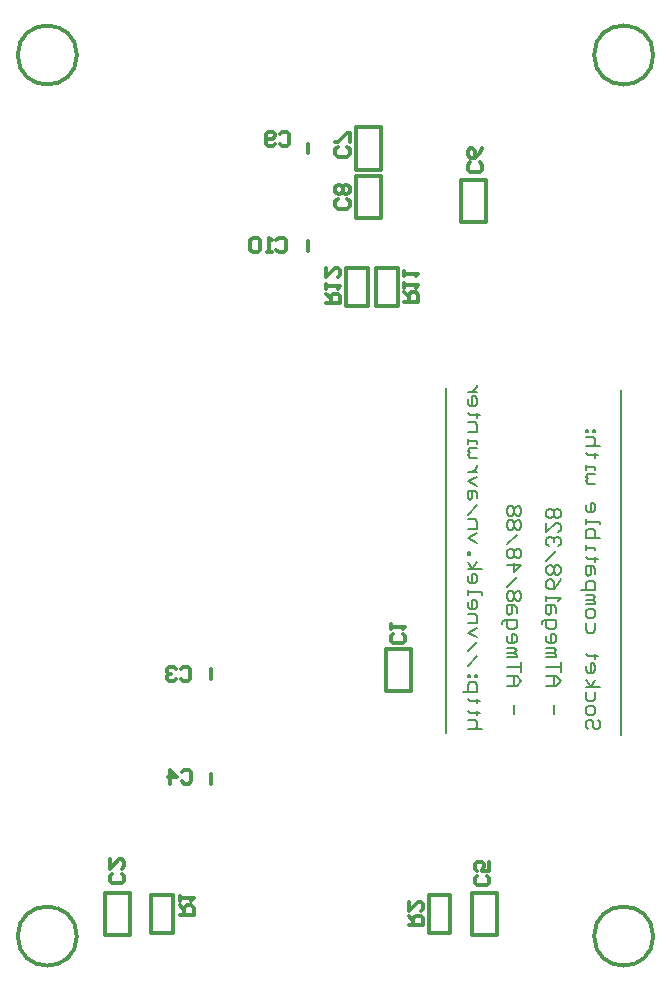
<source format=gbo>
%FSTAX43Y43*%
%MOMM*%
G71*
G01*
G75*
G04 Layer_Color=65535*
G04:AMPARAMS|DCode=10|XSize=2.5mm|YSize=2mm|CornerRadius=0.5mm|HoleSize=0mm|Usage=FLASHONLY|Rotation=90.000|XOffset=0mm|YOffset=0mm|HoleType=Round|Shape=RoundedRectangle|*
%AMROUNDEDRECTD10*
21,1,2.500,1.000,0,0,90.0*
21,1,1.500,2.000,0,0,90.0*
1,1,1.000,0.500,0.750*
1,1,1.000,0.500,-0.750*
1,1,1.000,-0.500,-0.750*
1,1,1.000,-0.500,0.750*
%
%ADD10ROUNDEDRECTD10*%
%ADD11O,0.500X2.250*%
G04:AMPARAMS|DCode=12|XSize=1.3mm|YSize=1mm|CornerRadius=0.25mm|HoleSize=0mm|Usage=FLASHONLY|Rotation=0.000|XOffset=0mm|YOffset=0mm|HoleType=Round|Shape=RoundedRectangle|*
%AMROUNDEDRECTD12*
21,1,1.300,0.500,0,0,0.0*
21,1,0.800,1.000,0,0,0.0*
1,1,0.500,0.400,-0.250*
1,1,0.500,-0.400,-0.250*
1,1,0.500,-0.400,0.250*
1,1,0.500,0.400,0.250*
%
%ADD12ROUNDEDRECTD12*%
G04:AMPARAMS|DCode=13|XSize=1mm|YSize=2.8mm|CornerRadius=0.25mm|HoleSize=0mm|Usage=FLASHONLY|Rotation=270.000|XOffset=0mm|YOffset=0mm|HoleType=Round|Shape=RoundedRectangle|*
%AMROUNDEDRECTD13*
21,1,1.000,2.300,0,0,270.0*
21,1,0.500,2.800,0,0,270.0*
1,1,0.500,-1.150,-0.250*
1,1,0.500,-1.150,0.250*
1,1,0.500,1.150,0.250*
1,1,0.500,1.150,-0.250*
%
%ADD13ROUNDEDRECTD13*%
G04:AMPARAMS|DCode=14|XSize=0.9mm|YSize=2.7mm|CornerRadius=0.225mm|HoleSize=0mm|Usage=FLASHONLY|Rotation=270.000|XOffset=0mm|YOffset=0mm|HoleType=Round|Shape=RoundedRectangle|*
%AMROUNDEDRECTD14*
21,1,0.900,2.250,0,0,270.0*
21,1,0.450,2.700,0,0,270.0*
1,1,0.450,-1.125,-0.225*
1,1,0.450,-1.125,0.225*
1,1,0.450,1.125,0.225*
1,1,0.450,1.125,-0.225*
%
%ADD14ROUNDEDRECTD14*%
G04:AMPARAMS|DCode=15|XSize=1.5mm|YSize=1.25mm|CornerRadius=0.313mm|HoleSize=0mm|Usage=FLASHONLY|Rotation=180.000|XOffset=0mm|YOffset=0mm|HoleType=Round|Shape=RoundedRectangle|*
%AMROUNDEDRECTD15*
21,1,1.500,0.625,0,0,180.0*
21,1,0.875,1.250,0,0,180.0*
1,1,0.625,-0.438,0.313*
1,1,0.625,0.438,0.313*
1,1,0.625,0.438,-0.313*
1,1,0.625,-0.438,-0.313*
%
%ADD15ROUNDEDRECTD15*%
G04:AMPARAMS|DCode=16|XSize=1.9mm|YSize=0.5mm|CornerRadius=0.125mm|HoleSize=0mm|Usage=FLASHONLY|Rotation=0.000|XOffset=0mm|YOffset=0mm|HoleType=Round|Shape=RoundedRectangle|*
%AMROUNDEDRECTD16*
21,1,1.900,0.250,0,0,0.0*
21,1,1.650,0.500,0,0,0.0*
1,1,0.250,0.825,-0.125*
1,1,0.250,-0.825,-0.125*
1,1,0.250,-0.825,0.125*
1,1,0.250,0.825,0.125*
%
%ADD16ROUNDEDRECTD16*%
G04:AMPARAMS|DCode=17|XSize=1.9mm|YSize=0.5mm|CornerRadius=0.125mm|HoleSize=0mm|Usage=FLASHONLY|Rotation=90.000|XOffset=0mm|YOffset=0mm|HoleType=Round|Shape=RoundedRectangle|*
%AMROUNDEDRECTD17*
21,1,1.900,0.250,0,0,90.0*
21,1,1.650,0.500,0,0,90.0*
1,1,0.250,0.125,0.825*
1,1,0.250,0.125,-0.825*
1,1,0.250,-0.125,-0.825*
1,1,0.250,-0.125,0.825*
%
%ADD17ROUNDEDRECTD17*%
G04:AMPARAMS|DCode=18|XSize=1.3mm|YSize=1mm|CornerRadius=0.25mm|HoleSize=0mm|Usage=FLASHONLY|Rotation=90.000|XOffset=0mm|YOffset=0mm|HoleType=Round|Shape=RoundedRectangle|*
%AMROUNDEDRECTD18*
21,1,1.300,0.500,0,0,90.0*
21,1,0.800,1.000,0,0,90.0*
1,1,0.500,0.250,0.400*
1,1,0.500,0.250,-0.400*
1,1,0.500,-0.250,-0.400*
1,1,0.500,-0.250,0.400*
%
%ADD18ROUNDEDRECTD18*%
G04:AMPARAMS|DCode=19|XSize=2.65mm|YSize=1.75mm|CornerRadius=0.438mm|HoleSize=0mm|Usage=FLASHONLY|Rotation=270.000|XOffset=0mm|YOffset=0mm|HoleType=Round|Shape=RoundedRectangle|*
%AMROUNDEDRECTD19*
21,1,2.650,0.875,0,0,270.0*
21,1,1.775,1.750,0,0,270.0*
1,1,0.875,-0.438,-0.887*
1,1,0.875,-0.438,0.887*
1,1,0.875,0.438,0.887*
1,1,0.875,0.438,-0.887*
%
%ADD19ROUNDEDRECTD19*%
G04:AMPARAMS|DCode=20|XSize=1.5mm|YSize=1.3mm|CornerRadius=0.325mm|HoleSize=0mm|Usage=FLASHONLY|Rotation=0.000|XOffset=0mm|YOffset=0mm|HoleType=Round|Shape=RoundedRectangle|*
%AMROUNDEDRECTD20*
21,1,1.500,0.650,0,0,0.0*
21,1,0.850,1.300,0,0,0.0*
1,1,0.650,0.425,-0.325*
1,1,0.650,-0.425,-0.325*
1,1,0.650,-0.425,0.325*
1,1,0.650,0.425,0.325*
%
%ADD20ROUNDEDRECTD20*%
G04:AMPARAMS|DCode=21|XSize=1.5mm|YSize=1.3mm|CornerRadius=0.325mm|HoleSize=0mm|Usage=FLASHONLY|Rotation=270.000|XOffset=0mm|YOffset=0mm|HoleType=Round|Shape=RoundedRectangle|*
%AMROUNDEDRECTD21*
21,1,1.500,0.650,0,0,270.0*
21,1,0.850,1.300,0,0,270.0*
1,1,0.650,-0.325,-0.425*
1,1,0.650,-0.325,0.425*
1,1,0.650,0.325,0.425*
1,1,0.650,0.325,-0.425*
%
%ADD21ROUNDEDRECTD21*%
%ADD22C,1.000*%
%ADD23C,0.500*%
%ADD24C,0.300*%
%ADD25C,1.300*%
%ADD26C,1.600*%
%ADD27C,1.000*%
%ADD28C,1.100*%
%ADD29C,0.700*%
G04:AMPARAMS|DCode=30|XSize=0.9mm|YSize=0.8mm|CornerRadius=0.2mm|HoleSize=0mm|Usage=FLASHONLY|Rotation=270.000|XOffset=0mm|YOffset=0mm|HoleType=Round|Shape=RoundedRectangle|*
%AMROUNDEDRECTD30*
21,1,0.900,0.400,0,0,270.0*
21,1,0.500,0.800,0,0,270.0*
1,1,0.400,-0.200,-0.250*
1,1,0.400,-0.200,0.250*
1,1,0.400,0.200,0.250*
1,1,0.400,0.200,-0.250*
%
%ADD30ROUNDEDRECTD30*%
%ADD31C,0.178*%
%ADD32C,0.005*%
%ADD33C,0.254*%
%ADD34C,0.250*%
G04:AMPARAMS|DCode=35|XSize=2.703mm|YSize=2.203mm|CornerRadius=0.602mm|HoleSize=0mm|Usage=FLASHONLY|Rotation=90.000|XOffset=0mm|YOffset=0mm|HoleType=Round|Shape=RoundedRectangle|*
%AMROUNDEDRECTD35*
21,1,2.703,1.000,0,0,90.0*
21,1,1.500,2.203,0,0,90.0*
1,1,1.203,0.500,0.750*
1,1,1.203,0.500,-0.750*
1,1,1.203,-0.500,-0.750*
1,1,1.203,-0.500,0.750*
%
%ADD35ROUNDEDRECTD35*%
%ADD36O,0.703X2.453*%
G04:AMPARAMS|DCode=37|XSize=1.503mm|YSize=1.203mm|CornerRadius=0.352mm|HoleSize=0mm|Usage=FLASHONLY|Rotation=0.000|XOffset=0mm|YOffset=0mm|HoleType=Round|Shape=RoundedRectangle|*
%AMROUNDEDRECTD37*
21,1,1.503,0.500,0,0,0.0*
21,1,0.800,1.203,0,0,0.0*
1,1,0.703,0.400,-0.250*
1,1,0.703,-0.400,-0.250*
1,1,0.703,-0.400,0.250*
1,1,0.703,0.400,0.250*
%
%ADD37ROUNDEDRECTD37*%
G04:AMPARAMS|DCode=38|XSize=1.203mm|YSize=3.003mm|CornerRadius=0.352mm|HoleSize=0mm|Usage=FLASHONLY|Rotation=270.000|XOffset=0mm|YOffset=0mm|HoleType=Round|Shape=RoundedRectangle|*
%AMROUNDEDRECTD38*
21,1,1.203,2.300,0,0,270.0*
21,1,0.500,3.003,0,0,270.0*
1,1,0.703,-1.150,-0.250*
1,1,0.703,-1.150,0.250*
1,1,0.703,1.150,0.250*
1,1,0.703,1.150,-0.250*
%
%ADD38ROUNDEDRECTD38*%
G04:AMPARAMS|DCode=39|XSize=1.103mm|YSize=2.903mm|CornerRadius=0.327mm|HoleSize=0mm|Usage=FLASHONLY|Rotation=270.000|XOffset=0mm|YOffset=0mm|HoleType=Round|Shape=RoundedRectangle|*
%AMROUNDEDRECTD39*
21,1,1.103,2.250,0,0,270.0*
21,1,0.450,2.903,0,0,270.0*
1,1,0.653,-1.125,-0.225*
1,1,0.653,-1.125,0.225*
1,1,0.653,1.125,0.225*
1,1,0.653,1.125,-0.225*
%
%ADD39ROUNDEDRECTD39*%
G04:AMPARAMS|DCode=40|XSize=1.703mm|YSize=1.453mm|CornerRadius=0.414mm|HoleSize=0mm|Usage=FLASHONLY|Rotation=180.000|XOffset=0mm|YOffset=0mm|HoleType=Round|Shape=RoundedRectangle|*
%AMROUNDEDRECTD40*
21,1,1.703,0.625,0,0,180.0*
21,1,0.875,1.453,0,0,180.0*
1,1,0.828,-0.438,0.313*
1,1,0.828,0.438,0.313*
1,1,0.828,0.438,-0.313*
1,1,0.828,-0.438,-0.313*
%
%ADD40ROUNDEDRECTD40*%
G04:AMPARAMS|DCode=41|XSize=2.1mm|YSize=0.7mm|CornerRadius=0.225mm|HoleSize=0mm|Usage=FLASHONLY|Rotation=0.000|XOffset=0mm|YOffset=0mm|HoleType=Round|Shape=RoundedRectangle|*
%AMROUNDEDRECTD41*
21,1,2.100,0.250,0,0,0.0*
21,1,1.650,0.700,0,0,0.0*
1,1,0.450,0.825,-0.125*
1,1,0.450,-0.825,-0.125*
1,1,0.450,-0.825,0.125*
1,1,0.450,0.825,0.125*
%
%ADD41ROUNDEDRECTD41*%
G04:AMPARAMS|DCode=42|XSize=2.1mm|YSize=0.7mm|CornerRadius=0.225mm|HoleSize=0mm|Usage=FLASHONLY|Rotation=90.000|XOffset=0mm|YOffset=0mm|HoleType=Round|Shape=RoundedRectangle|*
%AMROUNDEDRECTD42*
21,1,2.100,0.250,0,0,90.0*
21,1,1.650,0.700,0,0,90.0*
1,1,0.450,0.125,0.825*
1,1,0.450,0.125,-0.825*
1,1,0.450,-0.125,-0.825*
1,1,0.450,-0.125,0.825*
%
%ADD42ROUNDEDRECTD42*%
G04:AMPARAMS|DCode=43|XSize=1.503mm|YSize=1.203mm|CornerRadius=0.352mm|HoleSize=0mm|Usage=FLASHONLY|Rotation=90.000|XOffset=0mm|YOffset=0mm|HoleType=Round|Shape=RoundedRectangle|*
%AMROUNDEDRECTD43*
21,1,1.503,0.500,0,0,90.0*
21,1,0.800,1.203,0,0,90.0*
1,1,0.703,0.250,0.400*
1,1,0.703,0.250,-0.400*
1,1,0.703,-0.250,-0.400*
1,1,0.703,-0.250,0.400*
%
%ADD43ROUNDEDRECTD43*%
G04:AMPARAMS|DCode=44|XSize=2.853mm|YSize=1.953mm|CornerRadius=0.539mm|HoleSize=0mm|Usage=FLASHONLY|Rotation=270.000|XOffset=0mm|YOffset=0mm|HoleType=Round|Shape=RoundedRectangle|*
%AMROUNDEDRECTD44*
21,1,2.853,0.875,0,0,270.0*
21,1,1.775,1.953,0,0,270.0*
1,1,1.078,-0.438,-0.887*
1,1,1.078,-0.438,0.887*
1,1,1.078,0.438,0.887*
1,1,1.078,0.438,-0.887*
%
%ADD44ROUNDEDRECTD44*%
G04:AMPARAMS|DCode=45|XSize=1.703mm|YSize=1.503mm|CornerRadius=0.427mm|HoleSize=0mm|Usage=FLASHONLY|Rotation=0.000|XOffset=0mm|YOffset=0mm|HoleType=Round|Shape=RoundedRectangle|*
%AMROUNDEDRECTD45*
21,1,1.703,0.650,0,0,0.0*
21,1,0.850,1.503,0,0,0.0*
1,1,0.853,0.425,-0.325*
1,1,0.853,-0.425,-0.325*
1,1,0.853,-0.425,0.325*
1,1,0.853,0.425,0.325*
%
%ADD45ROUNDEDRECTD45*%
G04:AMPARAMS|DCode=46|XSize=1.703mm|YSize=1.503mm|CornerRadius=0.427mm|HoleSize=0mm|Usage=FLASHONLY|Rotation=270.000|XOffset=0mm|YOffset=0mm|HoleType=Round|Shape=RoundedRectangle|*
%AMROUNDEDRECTD46*
21,1,1.703,0.650,0,0,270.0*
21,1,0.850,1.503,0,0,270.0*
1,1,0.853,-0.325,-0.425*
1,1,0.853,-0.325,0.425*
1,1,0.853,0.325,0.425*
1,1,0.853,0.325,-0.425*
%
%ADD46ROUNDEDRECTD46*%
%ADD47C,1.503*%
%ADD48C,1.800*%
%ADD49C,1.200*%
%ADD50C,1.500*%
%ADD51C,1.303*%
%ADD52C,0.903*%
G04:AMPARAMS|DCode=53|XSize=1.103mm|YSize=1.003mm|CornerRadius=0.302mm|HoleSize=0mm|Usage=FLASHONLY|Rotation=270.000|XOffset=0mm|YOffset=0mm|HoleType=Round|Shape=RoundedRectangle|*
%AMROUNDEDRECTD53*
21,1,1.103,0.400,0,0,270.0*
21,1,0.500,1.003,0,0,270.0*
1,1,0.603,-0.200,-0.250*
1,1,0.603,-0.200,0.250*
1,1,0.603,0.200,0.250*
1,1,0.603,0.200,-0.250*
%
%ADD53ROUNDEDRECTD53*%
%ADD54C,0.200*%
D24*
X01327Y00438D02*
G03*
X01327Y00438I-00025J0D01*
G01*
Y01184D02*
G03*
X01327Y01184I-00025J0D01*
G01*
X00839D02*
G03*
X00839Y01184I-00025J0D01*
G01*
Y00438D02*
G03*
X00839Y00438I-00025J0D01*
G01*
X0088363Y0043873D02*
Y0047472D01*
X0086262D02*
X0088363D01*
X0086262Y0043873D02*
Y0047472D01*
Y0043873D02*
X0088363D01*
X0092022Y0044072D02*
Y0047272D01*
X0090223Y0044072D02*
X0092022D01*
X0090223D02*
Y0047272D01*
X0092022D01*
X0115518Y0044072D02*
Y0047272D01*
X0113717Y0044072D02*
X0115518D01*
X0113717D02*
Y0047272D01*
X0115518D01*
X0119478Y0043873D02*
Y0047472D01*
X0117378D02*
X0119478D01*
X0117378Y0043873D02*
Y0047472D01*
Y0043873D02*
X0119478D01*
X0110075Y006451D02*
Y006811D01*
Y006451D02*
X0112175D01*
Y006811D01*
X0110075D02*
X0112175D01*
X009525Y0056702D02*
Y0057502D01*
Y0065592D02*
Y0066392D01*
X0106732Y0097143D02*
Y0100342D01*
X0108533D01*
Y0097143D02*
Y0100342D01*
X0106732Y0097143D02*
X0108533D01*
X0109272D02*
Y0100342D01*
X0111073D01*
Y0097143D02*
Y0100342D01*
X0109272Y0097143D02*
X0111073D01*
X0103505Y011009D02*
Y011089D01*
X0109635Y0104562D02*
Y0108162D01*
X0107535D02*
X0109635D01*
X0107535Y0104562D02*
Y0108162D01*
Y0104562D02*
X0109635D01*
X0107535Y010869D02*
Y011229D01*
Y010869D02*
X0109635D01*
Y011229D01*
X0107535D02*
X0109635D01*
X0118525Y0104245D02*
Y0107845D01*
X0116425D02*
X0118525D01*
X0116425Y0104245D02*
Y0107845D01*
Y0104245D02*
X0118525D01*
X0103505Y0101835D02*
Y0102635D01*
X0105Y00974D02*
X01062D01*
Y0098D01*
X0106Y00982D01*
X01056D01*
X01054Y0098D01*
Y00974D01*
Y00978D02*
X0105Y00982D01*
Y00986D02*
Y0098999D01*
Y00988D01*
X01062D01*
X0106Y00986D01*
X0105Y0100399D02*
Y0099599D01*
X01058Y0100399D01*
X0106D01*
X01062Y0100199D01*
Y0099799D01*
X0106Y0099599D01*
X01116Y00975D02*
X01128D01*
Y00981D01*
X01126Y00983D01*
X01122D01*
X0112Y00981D01*
Y00975D01*
Y00979D02*
X01116Y00983D01*
Y00987D02*
Y0099099D01*
Y00989D01*
X01128D01*
X01126Y00987D01*
X01116Y0099699D02*
Y0100099D01*
Y0099899D01*
X01128D01*
X01126Y0099699D01*
X0112Y00447D02*
X01132D01*
Y00453D01*
X0113Y00455D01*
X01126D01*
X01124Y00453D01*
Y00447D01*
Y00451D02*
X0112Y00455D01*
Y0046699D02*
Y00459D01*
X01128Y0046699D01*
X0113D01*
X01132Y0046499D01*
Y00461D01*
X0113Y00459D01*
X00926Y00456D02*
X00938D01*
Y00462D01*
X00936Y00464D01*
X00932D01*
X0093Y00462D01*
Y00456D01*
Y0046D02*
X00926Y00464D01*
Y00468D02*
Y0047199D01*
Y0047D01*
X00938D01*
X00936Y00468D01*
X01008Y01027D02*
X0101Y01029D01*
X01014D01*
X01016Y01027D01*
Y01019D01*
X01014Y01017D01*
X0101D01*
X01008Y01019D01*
X01004Y01017D02*
X0100001D01*
X01002D01*
Y01029D01*
X01004Y01027D01*
X0099401D02*
X0099201Y01029D01*
X0098801D01*
X0098601Y01027D01*
Y01019D01*
X0098801Y01017D01*
X0099201D01*
X0099401Y01019D01*
Y01027D01*
X01011Y01117D02*
X01013Y01119D01*
X01017D01*
X01019Y01117D01*
Y01109D01*
X01017Y01107D01*
X01013D01*
X01011Y01109D01*
X01007D02*
X01005Y01107D01*
X0100101D01*
X0099901Y01109D01*
Y01117D01*
X0100101Y01119D01*
X01005D01*
X01007Y01117D01*
Y01115D01*
X01005Y01113D01*
X0099901D01*
X01068Y01062D02*
X0107Y0106D01*
Y01056D01*
X01068Y01054D01*
X0106D01*
X01058Y01056D01*
Y0106D01*
X0106Y01062D01*
X01068Y01066D02*
X0107Y01068D01*
Y0107199D01*
X01068Y0107399D01*
X01066D01*
X01064Y0107199D01*
X01062Y0107399D01*
X0106D01*
X01058Y0107199D01*
Y01068D01*
X0106Y01066D01*
X01062D01*
X01064Y01068D01*
X01066Y01066D01*
X01068D01*
X01064Y01068D02*
Y0107199D01*
X01068Y01106D02*
X0107Y01104D01*
Y011D01*
X01068Y01098D01*
X0106D01*
X01058Y011D01*
Y01104D01*
X0106Y01106D01*
X0107Y0111D02*
Y0111799D01*
X01068D01*
X0106Y0111D01*
X01058D01*
X0118Y01093D02*
X01182Y01091D01*
Y01087D01*
X0118Y01085D01*
X01172D01*
X0117Y01087D01*
Y01091D01*
X01172Y01093D01*
X01182Y0110499D02*
X0118Y0110099D01*
X01176Y01097D01*
X01172D01*
X0117Y01099D01*
Y0110299D01*
X01172Y0110499D01*
X01174D01*
X01176Y0110299D01*
Y01097D01*
X01186Y00489D02*
X01188Y00487D01*
Y00483D01*
X01186Y00481D01*
X01178D01*
X01176Y00483D01*
Y00487D01*
X01178Y00489D01*
X01188Y0050099D02*
Y00493D01*
X01182D01*
X01184Y0049699D01*
Y0049899D01*
X01182Y0050099D01*
X01178D01*
X01176Y0049899D01*
Y00495D01*
X01178Y00493D01*
X00928Y00577D02*
X0093Y00579D01*
X00934D01*
X00936Y00577D01*
Y00569D01*
X00934Y00567D01*
X0093D01*
X00928Y00569D01*
X0091801Y00567D02*
Y00579D01*
X00924Y00573D01*
X0091601D01*
X00927Y00664D02*
X00929Y00666D01*
X00933D01*
X00935Y00664D01*
Y00656D01*
X00933Y00654D01*
X00929D01*
X00927Y00656D01*
X00923Y00664D02*
X00921Y00666D01*
X0091701D01*
X0091501Y00664D01*
Y00662D01*
X0091701Y0066D01*
X0091901D01*
X0091701D01*
X0091501Y00658D01*
Y00656D01*
X0091701Y00654D01*
X00921D01*
X00923Y00656D01*
X00877Y00491D02*
X00879Y00489D01*
Y00485D01*
X00877Y00483D01*
X00869D01*
X00867Y00485D01*
Y00489D01*
X00869Y00491D01*
X00867Y0050299D02*
Y00495D01*
X00875Y0050299D01*
X00877D01*
X00879Y0050099D01*
Y00497D01*
X00877Y00495D01*
X01115Y00694D02*
X01117Y00692D01*
Y00688D01*
X01115Y00686D01*
X01107D01*
X01105Y00688D01*
Y00692D01*
X01107Y00694D01*
X01105Y00698D02*
Y0070199D01*
Y007D01*
X01117D01*
X01115Y00698D01*
D54*
X013Y00608D02*
Y009D01*
X01152Y0061D02*
Y00902D01*
X01182Y00613D02*
X0117D01*
X01176D01*
X01178Y00615D01*
Y00619D01*
X01176Y00621D01*
X0117D01*
X0118Y00627D02*
X01178D01*
Y00625D01*
Y0062899D01*
Y00627D01*
X01172D01*
X0117Y0062899D01*
X0118Y0063699D02*
X01178D01*
Y0063499D01*
Y0063899D01*
Y0063699D01*
X01172D01*
X0117Y0063899D01*
X01166Y0064499D02*
X01178D01*
Y0065099D01*
X01176Y0065299D01*
X01172D01*
X0117Y0065099D01*
Y0064499D01*
X01178Y0065699D02*
Y0065899D01*
X01176D01*
Y0065699D01*
X01178D01*
X01172D02*
Y0065899D01*
X0117D01*
Y0065699D01*
X01172D01*
X0117Y0066698D02*
X01178Y0067498D01*
X0117Y0067898D02*
X01178Y0068698D01*
Y0069097D02*
X0117Y0069497D01*
X01178Y0069897D01*
X0117Y0070297D02*
X01178D01*
Y0070897D01*
X01176Y0071097D01*
X0117D01*
Y0072097D02*
Y0071697D01*
X01172Y0071497D01*
X01176D01*
X01178Y0071697D01*
Y0072097D01*
X01176Y0072296D01*
X01174D01*
Y0071497D01*
X0117Y0072696D02*
Y0073096D01*
Y0072896D01*
X01182D01*
Y0072696D01*
X0117Y0074296D02*
Y0073896D01*
X01172Y0073696D01*
X01176D01*
X01178Y0073896D01*
Y0074296D01*
X01176Y0074496D01*
X01174D01*
Y0073696D01*
X0117Y0074896D02*
X01182D01*
X01174D02*
X01178Y0075495D01*
X01174Y0074896D02*
X0117Y0075495D01*
Y0076095D02*
X01172D01*
Y0076295D01*
X0117D01*
Y0076095D01*
X01178Y0077095D02*
X0117Y0077495D01*
X01178Y0077895D01*
X0117Y0078295D02*
X01178D01*
Y0078894D01*
X01176Y0079094D01*
X0117D01*
Y0079494D02*
X01178Y0080294D01*
Y0080894D02*
Y0081294D01*
X01176Y0081493D01*
X0117D01*
Y0080894D01*
X01172Y0080694D01*
X01174Y0080894D01*
Y0081493D01*
X01178Y0081893D02*
X0117Y0082293D01*
X01178Y0082693D01*
Y0083093D02*
X0117D01*
X01174D01*
X01176Y0083293D01*
X01178Y0083493D01*
Y0083693D01*
Y0084293D02*
X01172D01*
X0117Y0084493D01*
X01172Y0084692D01*
X0117Y0084892D01*
X01172Y0085092D01*
X01178D01*
X0117Y0085492D02*
Y0085892D01*
Y0085692D01*
X01178D01*
Y0085492D01*
X0117Y0086492D02*
X01178D01*
Y0087092D01*
X01176Y0087292D01*
X0117D01*
X0118Y0087891D02*
X01178D01*
Y0087691D01*
Y0088091D01*
Y0087891D01*
X01172D01*
X0117Y0088091D01*
Y0089291D02*
Y0088891D01*
X01172Y0088691D01*
X01176D01*
X01178Y0088891D01*
Y0089291D01*
X01176Y0089491D01*
X01174D01*
Y0088691D01*
X01178Y0089891D02*
X0117D01*
X01174D01*
X01176Y0090091D01*
X01178Y0090291D01*
Y0090491D01*
X0128Y00621D02*
X01282Y00619D01*
Y00615D01*
X0128Y00613D01*
X01278D01*
X01276Y00615D01*
Y00619D01*
X01274Y00621D01*
X01272D01*
X0127Y00619D01*
Y00615D01*
X01272Y00613D01*
X0127Y00627D02*
Y0063099D01*
X01272Y0063299D01*
X01276D01*
X01278Y0063099D01*
Y00627D01*
X01276Y00625D01*
X01272D01*
X0127Y00627D01*
X01278Y0064499D02*
Y0063899D01*
X01276Y0063699D01*
X01272D01*
X0127Y0063899D01*
Y0064499D01*
Y0064899D02*
X01282D01*
X01274D02*
X01278Y0065499D01*
X01274Y0064899D02*
X0127Y0065499D01*
Y0066698D02*
Y0066298D01*
X01272Y0066098D01*
X01276D01*
X01278Y0066298D01*
Y0066698D01*
X01276Y0066898D01*
X01274D01*
Y0066098D01*
X0128Y0067498D02*
X01278D01*
Y0067298D01*
Y0067698D01*
Y0067498D01*
X01272D01*
X0127Y0067698D01*
X01278Y0070297D02*
Y0069697D01*
X01276Y0069497D01*
X01272D01*
X0127Y0069697D01*
Y0070297D01*
Y0070897D02*
Y0071297D01*
X01272Y0071497D01*
X01276D01*
X01278Y0071297D01*
Y0070897D01*
X01276Y0070697D01*
X01272D01*
X0127Y0070897D01*
Y0071897D02*
X01278D01*
Y0072097D01*
X01276Y0072296D01*
X0127D01*
X01276D01*
X01278Y0072496D01*
X01276Y0072696D01*
X0127D01*
X01266Y0073096D02*
X01278D01*
Y0073696D01*
X01276Y0073896D01*
X01272D01*
X0127Y0073696D01*
Y0073096D01*
X01278Y0074496D02*
Y0074896D01*
X01276Y0075096D01*
X0127D01*
Y0074496D01*
X01272Y0074296D01*
X01274Y0074496D01*
Y0075096D01*
X0128Y0075695D02*
X01278D01*
Y0075495D01*
Y0075895D01*
Y0075695D01*
X01272D01*
X0127Y0075895D01*
Y0076495D02*
Y0076895D01*
Y0076695D01*
X01278D01*
Y0076495D01*
X01282Y0077495D02*
X0127D01*
Y0078095D01*
X01272Y0078295D01*
X01274D01*
X01276D01*
X01278Y0078095D01*
Y0077495D01*
X0127Y0078694D02*
Y0079094D01*
Y0078894D01*
X01282D01*
Y0078694D01*
X0127Y0080294D02*
Y0079894D01*
X01272Y0079694D01*
X01276D01*
X01278Y0079894D01*
Y0080294D01*
X01276Y0080494D01*
X01274D01*
Y0079694D01*
X01278Y0082093D02*
X01272D01*
X0127Y0082293D01*
X01272Y0082493D01*
X0127Y0082693D01*
X01272Y0082893D01*
X01278D01*
X0127Y0083293D02*
Y0083693D01*
Y0083493D01*
X01278D01*
Y0083293D01*
X0128Y0084493D02*
X01278D01*
Y0084293D01*
Y0084692D01*
Y0084493D01*
X01272D01*
X0127Y0084692D01*
X01282Y0085292D02*
X0127D01*
X01276D01*
X01278Y0085492D01*
Y0085892D01*
X01276Y0086092D01*
X0127D01*
X01278Y0086492D02*
Y0086692D01*
X01276D01*
Y0086492D01*
X01278D01*
X01272D02*
Y0086692D01*
X0127D01*
Y0086492D01*
X01272D01*
X0120933Y00626D02*
Y00634D01*
X0120333Y0064999D02*
X0121133D01*
X0121533Y0065399D01*
X0121133Y0065799D01*
X0120333D01*
X0120933D01*
Y0064999D01*
X0121533Y0066199D02*
Y0066999D01*
Y0066599D01*
X0120333D01*
Y0067398D02*
X0121133D01*
Y0067598D01*
X0120933Y0067798D01*
X0120333D01*
X0120933D01*
X0121133Y0067998D01*
X0120933Y0068198D01*
X0120333D01*
Y0069198D02*
Y0068798D01*
X0120533Y0068598D01*
X0120933D01*
X0121133Y0068798D01*
Y0069198D01*
X0120933Y0069398D01*
X0120733D01*
Y0068598D01*
X0119933Y0070198D02*
Y0070397D01*
X0120133Y0070597D01*
X0121133D01*
Y0069998D01*
X0120933Y0069798D01*
X0120533D01*
X0120333Y0069998D01*
Y0070597D01*
X0121133Y0071197D02*
Y0071597D01*
X0120933Y0071797D01*
X0120333D01*
Y0071197D01*
X0120533Y0070997D01*
X0120733Y0071197D01*
Y0071797D01*
X0121333Y0072197D02*
X0121533Y0072397D01*
Y0072797D01*
X0121333Y0072997D01*
X0121133D01*
X0120933Y0072797D01*
X0120733Y0072997D01*
X0120533D01*
X0120333Y0072797D01*
Y0072397D01*
X0120533Y0072197D01*
X0120733D01*
X0120933Y0072397D01*
X0121133Y0072197D01*
X0121333D01*
X0120933Y0072397D02*
Y0072797D01*
X0120333Y0073397D02*
X0121133Y0074196D01*
X0120333Y0075196D02*
X0121533D01*
X0120933Y0074596D01*
Y0075396D01*
X0121333Y0075796D02*
X0121533Y0075996D01*
Y0076396D01*
X0121333Y0076595D01*
X0121133D01*
X0120933Y0076396D01*
X0120733Y0076595D01*
X0120533D01*
X0120333Y0076396D01*
Y0075996D01*
X0120533Y0075796D01*
X0120733D01*
X0120933Y0075996D01*
X0121133Y0075796D01*
X0121333D01*
X0120933Y0075996D02*
Y0076396D01*
X0120333Y0076995D02*
X0121133Y0077795D01*
X0121333Y0078195D02*
X0121533Y0078395D01*
Y0078795D01*
X0121333Y0078995D01*
X0121133D01*
X0120933Y0078795D01*
X0120733Y0078995D01*
X0120533D01*
X0120333Y0078795D01*
Y0078395D01*
X0120533Y0078195D01*
X0120733D01*
X0120933Y0078395D01*
X0121133Y0078195D01*
X0121333D01*
X0120933Y0078395D02*
Y0078795D01*
X0121333Y0079395D02*
X0121533Y0079594D01*
Y0079994D01*
X0121333Y0080194D01*
X0121133D01*
X0120933Y0079994D01*
X0120733Y0080194D01*
X0120533D01*
X0120333Y0079994D01*
Y0079594D01*
X0120533Y0079395D01*
X0120733D01*
X0120933Y0079594D01*
X0121133Y0079395D01*
X0121333D01*
X0120933Y0079594D02*
Y0079994D01*
X0124266Y00626D02*
Y00634D01*
X0123667Y0064999D02*
X0124466D01*
X0124866Y0065399D01*
X0124466Y0065799D01*
X0123667D01*
X0124266D01*
Y0064999D01*
X0124866Y0066199D02*
Y0066999D01*
Y0066599D01*
X0123667D01*
Y0067398D02*
X0124466D01*
Y0067598D01*
X0124266Y0067798D01*
X0123667D01*
X0124266D01*
X0124466Y0067998D01*
X0124266Y0068198D01*
X0123667D01*
Y0069198D02*
Y0068798D01*
X0123867Y0068598D01*
X0124266D01*
X0124466Y0068798D01*
Y0069198D01*
X0124266Y0069398D01*
X0124067D01*
Y0068598D01*
X0123267Y0070198D02*
Y0070397D01*
X0123467Y0070597D01*
X0124466D01*
Y0069998D01*
X0124266Y0069798D01*
X0123867D01*
X0123667Y0069998D01*
Y0070597D01*
X0124466Y0071197D02*
Y0071597D01*
X0124266Y0071797D01*
X0123667D01*
Y0071197D01*
X0123867Y0070997D01*
X0124067Y0071197D01*
Y0071797D01*
X0123667Y0072197D02*
Y0072597D01*
Y0072397D01*
X0124866D01*
X0124666Y0072197D01*
X0124866Y0073996D02*
X0124666Y0073596D01*
X0124266Y0073197D01*
X0123867D01*
X0123667Y0073397D01*
Y0073796D01*
X0123867Y0073996D01*
X0124067D01*
X0124266Y0073796D01*
Y0073197D01*
X0124666Y0074396D02*
X0124866Y0074596D01*
Y0074996D01*
X0124666Y0075196D01*
X0124466D01*
X0124266Y0074996D01*
X0124067Y0075196D01*
X0123867D01*
X0123667Y0074996D01*
Y0074596D01*
X0123867Y0074396D01*
X0124067D01*
X0124266Y0074596D01*
X0124466Y0074396D01*
X0124666D01*
X0124266Y0074596D02*
Y0074996D01*
X0123667Y0075596D02*
X0124466Y0076396D01*
X0124666Y0076795D02*
X0124866Y0076995D01*
Y0077395D01*
X0124666Y0077595D01*
X0124466D01*
X0124266Y0077395D01*
Y0077195D01*
Y0077395D01*
X0124067Y0077595D01*
X0123867D01*
X0123667Y0077395D01*
Y0076995D01*
X0123867Y0076795D01*
X0123667Y0078795D02*
Y0077995D01*
X0124466Y0078795D01*
X0124666D01*
X0124866Y0078595D01*
Y0078195D01*
X0124666Y0077995D01*
Y0079195D02*
X0124866Y0079395D01*
Y0079794D01*
X0124666Y0079994D01*
X0124466D01*
X0124266Y0079794D01*
X0124067Y0079994D01*
X0123867D01*
X0123667Y0079794D01*
Y0079395D01*
X0123867Y0079195D01*
X0124067D01*
X0124266Y0079395D01*
X0124466Y0079195D01*
X0124666D01*
X0124266Y0079395D02*
Y0079794D01*
M02*

</source>
